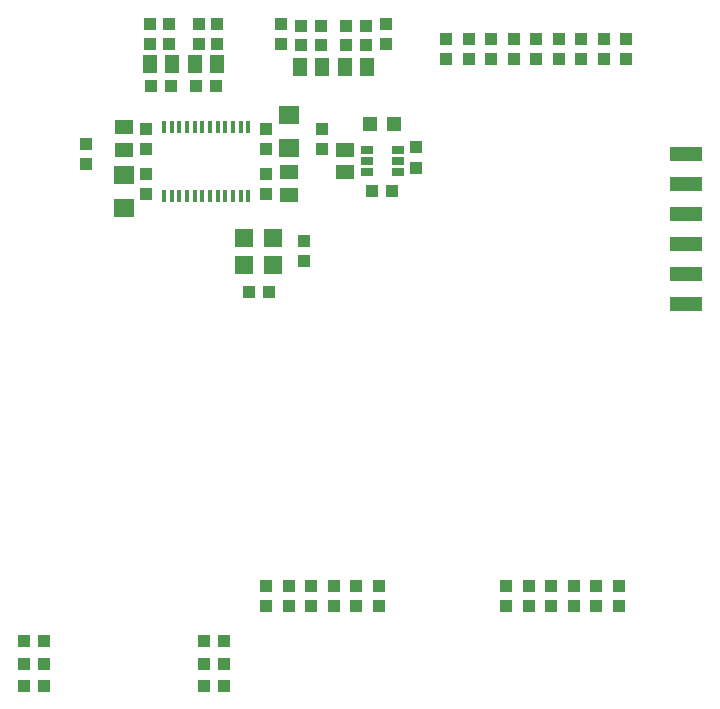
<source format=gbr>
%TF.GenerationSoftware,KiCad,Pcbnew,8.0.6*%
%TF.CreationDate,2024-12-19T22:40:04-08:00*%
%TF.ProjectId,norns-shield-210330,6e6f726e-732d-4736-9869-656c642d3231,rev?*%
%TF.SameCoordinates,Original*%
%TF.FileFunction,Paste,Bot*%
%TF.FilePolarity,Positive*%
%FSLAX46Y46*%
G04 Gerber Fmt 4.6, Leading zero omitted, Abs format (unit mm)*
G04 Created by KiCad (PCBNEW 8.0.6) date 2024-12-19 22:40:04*
%MOMM*%
%LPD*%
G01*
G04 APERTURE LIST*
%ADD10R,0.304800X0.990600*%
%ADD11R,1.000000X1.100000*%
%ADD12R,1.500000X1.300000*%
%ADD13R,1.600000X1.500000*%
%ADD14R,1.100000X1.000000*%
%ADD15R,1.800000X1.600000*%
%ADD16R,1.300000X1.500000*%
%ADD17R,2.794000X1.270000*%
%ADD18R,0.990000X0.690000*%
%ADD19R,1.200000X1.300000*%
G04 APERTURE END LIST*
D10*
%TO.C,U1*%
X143186100Y-90020800D03*
X142536100Y-90020800D03*
X141886100Y-90020800D03*
X141236100Y-90020800D03*
X140586100Y-90020800D03*
X139936100Y-90020800D03*
X139286100Y-90020800D03*
X138636100Y-90020800D03*
X137986100Y-90020800D03*
X137336100Y-90020800D03*
X136686100Y-90020800D03*
X136036100Y-90020800D03*
X136036100Y-95856400D03*
X136686100Y-95856400D03*
X137336100Y-95856400D03*
X137986100Y-95856400D03*
X138636100Y-95856400D03*
X139286100Y-95856400D03*
X139936100Y-95856400D03*
X140586100Y-95856400D03*
X141236100Y-95856400D03*
X141886100Y-95856400D03*
X142536100Y-95856400D03*
X143186100Y-95856400D03*
%TD*%
D11*
%TO.C,C1*%
X144691100Y-95693600D03*
X144691100Y-93993600D03*
%TD*%
D12*
%TO.C,C2*%
X146596100Y-95793600D03*
X146596100Y-93893600D03*
%TD*%
D13*
%TO.C,Q1*%
X145306100Y-99408600D03*
X142806100Y-99408600D03*
X142806100Y-101708600D03*
X145306100Y-101708600D03*
%TD*%
D14*
%TO.C,R1*%
X147866100Y-101408600D03*
X147866100Y-99708600D03*
%TD*%
%TO.C,C3*%
X143206100Y-104051100D03*
X144906100Y-104051100D03*
%TD*%
D11*
%TO.C,C4*%
X134531100Y-90183600D03*
X134531100Y-91883600D03*
%TD*%
D12*
%TO.C,C5*%
X132626100Y-90083600D03*
X132626100Y-91983600D03*
%TD*%
D11*
%TO.C,C6*%
X134531100Y-95693600D03*
X134531100Y-93993600D03*
%TD*%
D15*
%TO.C,C7*%
X132626100Y-96878600D03*
X132626100Y-94078600D03*
%TD*%
D11*
%TO.C,C8*%
X144691100Y-90183600D03*
X144691100Y-91883600D03*
%TD*%
D15*
%TO.C,C9*%
X146596100Y-88998600D03*
X146596100Y-91798600D03*
%TD*%
D14*
%TO.C,R7*%
X140563600Y-81293600D03*
X140563600Y-82993600D03*
%TD*%
%TO.C,R8*%
X138976100Y-81293600D03*
X138976100Y-82993600D03*
%TD*%
D16*
%TO.C,C10*%
X138661100Y-84683600D03*
X140561100Y-84683600D03*
%TD*%
D14*
%TO.C,C11*%
X138761100Y-86588600D03*
X140461100Y-86588600D03*
%TD*%
%TO.C,R9*%
X136436100Y-81293600D03*
X136436100Y-82993600D03*
%TD*%
%TO.C,R10*%
X134848600Y-81293600D03*
X134848600Y-82993600D03*
%TD*%
D16*
%TO.C,C12*%
X136751100Y-84683600D03*
X134851100Y-84683600D03*
%TD*%
D14*
%TO.C,C13*%
X136651100Y-86588600D03*
X134951100Y-86588600D03*
%TD*%
D16*
%TO.C,C14*%
X151361100Y-85001100D03*
X153261100Y-85001100D03*
%TD*%
D11*
%TO.C,R11*%
X153161100Y-83096100D03*
X151461100Y-83096100D03*
%TD*%
%TO.C,R12*%
X153161100Y-81508600D03*
X151461100Y-81508600D03*
%TD*%
%TO.C,C15*%
X154851100Y-82993600D03*
X154851100Y-81293600D03*
%TD*%
D16*
%TO.C,C16*%
X149451100Y-85001100D03*
X147551100Y-85001100D03*
%TD*%
D11*
%TO.C,R13*%
X147651100Y-83096100D03*
X149351100Y-83096100D03*
%TD*%
%TO.C,R14*%
X147651100Y-81508600D03*
X149351100Y-81508600D03*
%TD*%
%TO.C,C17*%
X145961100Y-82993600D03*
X145961100Y-81293600D03*
%TD*%
D14*
%TO.C,R15*%
X129451100Y-93153600D03*
X129451100Y-91453600D03*
%TD*%
D11*
%TO.C,C35*%
X175171100Y-82563600D03*
X175171100Y-84263600D03*
%TD*%
D14*
%TO.C,R26*%
X167551100Y-84263600D03*
X167551100Y-82563600D03*
%TD*%
%TO.C,R28*%
X173266100Y-84263600D03*
X173266100Y-82563600D03*
%TD*%
%TO.C,R29*%
X171361100Y-84263600D03*
X171361100Y-82563600D03*
%TD*%
D11*
%TO.C,C36*%
X165646100Y-82563600D03*
X165646100Y-84263600D03*
%TD*%
%TO.C,C38*%
X165011100Y-130618600D03*
X165011100Y-128918600D03*
%TD*%
D14*
%TO.C,R32*%
X172631100Y-128918600D03*
X172631100Y-130618600D03*
%TD*%
%TO.C,R34*%
X166916100Y-128918600D03*
X166916100Y-130618600D03*
%TD*%
%TO.C,R35*%
X168821100Y-128918600D03*
X168821100Y-130618600D03*
%TD*%
D11*
%TO.C,C39*%
X174536100Y-130618600D03*
X174536100Y-128918600D03*
%TD*%
%TO.C,C41*%
X144691100Y-130618600D03*
X144691100Y-128918600D03*
%TD*%
D14*
%TO.C,R38*%
X152311100Y-128918600D03*
X152311100Y-130618600D03*
%TD*%
%TO.C,R40*%
X146596100Y-128918600D03*
X146596100Y-130618600D03*
%TD*%
%TO.C,R41*%
X148501100Y-128918600D03*
X148501100Y-130618600D03*
%TD*%
D11*
%TO.C,C42*%
X154216100Y-130618600D03*
X154216100Y-128918600D03*
%TD*%
D14*
%TO.C,R44*%
X163741100Y-82563600D03*
X163741100Y-84263600D03*
%TD*%
%TO.C,R45*%
X161836100Y-84263600D03*
X161836100Y-82563600D03*
%TD*%
D11*
%TO.C,C44*%
X159931100Y-82563600D03*
X159931100Y-84263600D03*
%TD*%
%TO.C,R46*%
X124156100Y-133578600D03*
X125856100Y-133578600D03*
%TD*%
%TO.C,R47*%
X125856100Y-135483600D03*
X124156100Y-135483600D03*
%TD*%
D14*
%TO.C,C45*%
X124156100Y-137388600D03*
X125856100Y-137388600D03*
%TD*%
D11*
%TO.C,R48*%
X139396100Y-133578600D03*
X141096100Y-133578600D03*
%TD*%
%TO.C,R49*%
X141096100Y-135483600D03*
X139396100Y-135483600D03*
%TD*%
D14*
%TO.C,C46*%
X139396100Y-137388600D03*
X141096100Y-137388600D03*
%TD*%
D17*
%TO.C,J3*%
X180251100Y-92303600D03*
X180251100Y-94843600D03*
X180251100Y-97383600D03*
X180251100Y-99923600D03*
X180251100Y-102463600D03*
X180251100Y-105003600D03*
%TD*%
D14*
%TO.C,R2*%
X169456100Y-84263600D03*
X169456100Y-82563600D03*
%TD*%
%TO.C,R3*%
X170726100Y-128918600D03*
X170726100Y-130618600D03*
%TD*%
%TO.C,R4*%
X150406100Y-128918600D03*
X150406100Y-130618600D03*
%TD*%
D11*
%TO.C,C47*%
X149453600Y-90183600D03*
X149453600Y-91883600D03*
%TD*%
D18*
%TO.C,U11*%
X153233600Y-91988600D03*
X153233600Y-92938600D03*
X153233600Y-93888600D03*
X155833600Y-93888600D03*
X155833600Y-92938600D03*
X155833600Y-91988600D03*
%TD*%
D12*
%TO.C,C43*%
X151358600Y-93888600D03*
X151358600Y-91988600D03*
%TD*%
D11*
%TO.C,C63*%
X157391100Y-93471100D03*
X157391100Y-91771100D03*
%TD*%
D14*
%TO.C,C88*%
X155383600Y-95478600D03*
X153683600Y-95478600D03*
%TD*%
D19*
%TO.C,L3*%
X155549600Y-89763600D03*
X153517600Y-89763600D03*
%TD*%
M02*

</source>
